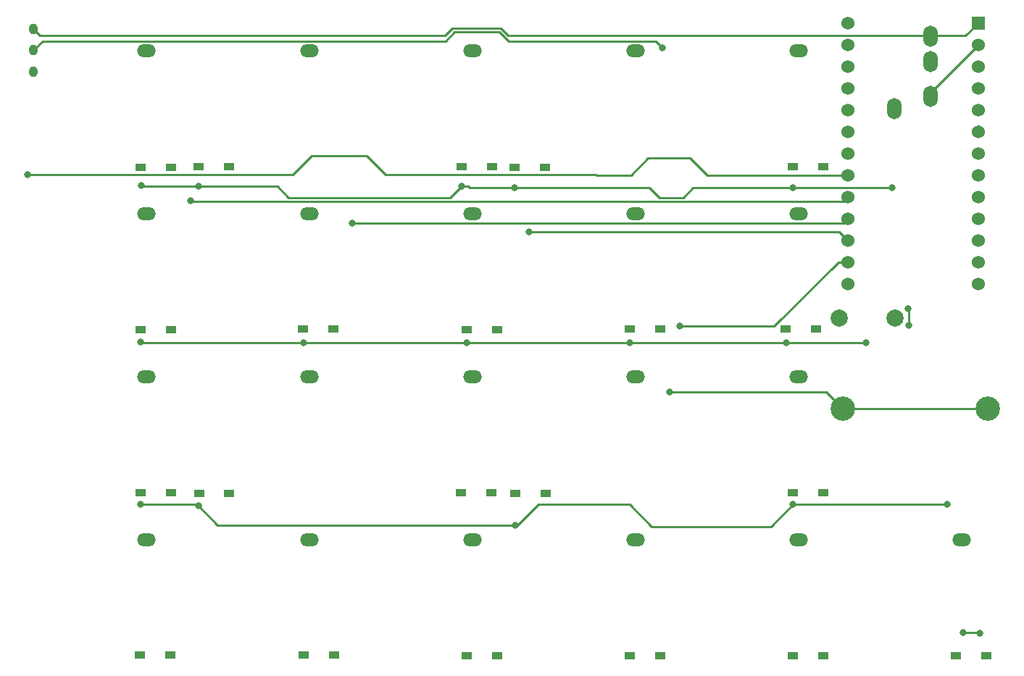
<source format=gbr>
%TF.GenerationSoftware,KiCad,Pcbnew,7.0.8*%
%TF.CreationDate,2024-10-11T08:32:43+09:00*%
%TF.ProjectId,cool642,636f6f6c-3634-4322-9e6b-696361645f70,rev?*%
%TF.SameCoordinates,Original*%
%TF.FileFunction,Copper,L1,Top*%
%TF.FilePolarity,Positive*%
%FSLAX46Y46*%
G04 Gerber Fmt 4.6, Leading zero omitted, Abs format (unit mm)*
G04 Created by KiCad (PCBNEW 7.0.8) date 2024-10-11 08:32:43*
%MOMM*%
%LPD*%
G01*
G04 APERTURE LIST*
%TA.AperFunction,SMDPad,CuDef*%
%ADD10R,1.300000X0.950000*%
%TD*%
%TA.AperFunction,ComponentPad*%
%ADD11O,2.200000X1.500000*%
%TD*%
%TA.AperFunction,ComponentPad*%
%ADD12C,2.000000*%
%TD*%
%TA.AperFunction,ComponentPad*%
%ADD13O,1.700000X2.500000*%
%TD*%
%TA.AperFunction,ComponentPad*%
%ADD14O,1.000000X1.300000*%
%TD*%
%TA.AperFunction,ComponentPad*%
%ADD15C,2.850000*%
%TD*%
%TA.AperFunction,ComponentPad*%
%ADD16C,1.524000*%
%TD*%
%TA.AperFunction,ComponentPad*%
%ADD17R,1.524000X1.524000*%
%TD*%
%TA.AperFunction,ViaPad*%
%ADD18C,0.800000*%
%TD*%
%TA.AperFunction,Conductor*%
%ADD19C,0.250000*%
%TD*%
G04 APERTURE END LIST*
D10*
%TO.P,D14,1,K*%
%TO.N,row1*%
X62005000Y-27590000D03*
%TO.P,D14,2,A*%
%TO.N,Net-(D14-A)*%
X65555000Y-27590000D03*
%TD*%
D11*
%TO.P,SW21,*%
%TO.N,*%
X5550000Y-33100000D03*
%TD*%
%TO.P,SW15,*%
%TO.N,*%
X81750000Y-14050000D03*
%TD*%
D10*
%TO.P,D35,1,K*%
%TO.N,row3*%
X81042500Y-65700000D03*
%TO.P,D35,2,A*%
%TO.N,Net-(D35-A)*%
X84592500Y-65700000D03*
%TD*%
%TO.P,D15,1,K*%
%TO.N,row1*%
X80215000Y-27520000D03*
%TO.P,D15,2,A*%
%TO.N,Net-(D15-A)*%
X83765000Y-27520000D03*
%TD*%
D11*
%TO.P,SW33,*%
%TO.N,*%
X43650000Y-52150000D03*
%TD*%
D10*
%TO.P,D21,1,K*%
%TO.N,row2*%
X4875000Y-46720000D03*
%TO.P,D21,2,A*%
%TO.N,Net-(D21-A)*%
X8425000Y-46720000D03*
%TD*%
%TO.P,D13,1,K*%
%TO.N,row1*%
X42975000Y-27660000D03*
%TO.P,D13,2,A*%
%TO.N,Net-(D13-A)*%
X46525000Y-27660000D03*
%TD*%
D11*
%TO.P,SW4,*%
%TO.N,*%
X62700000Y5000000D03*
%TD*%
%TO.P,SW36,*%
%TO.N,*%
X100800000Y-52150000D03*
%TD*%
%TO.P,SW3,*%
%TO.N,*%
X43650000Y5000000D03*
%TD*%
D12*
%TO.P,SW41,1,1*%
%TO.N,Net-(U2-BOOT(RST))*%
X86490000Y-26300000D03*
%TO.P,SW41,2,2*%
%TO.N,GND*%
X92990000Y-26300000D03*
%TD*%
D11*
%TO.P,SW31,*%
%TO.N,*%
X5550000Y-52150000D03*
%TD*%
D10*
%TO.P,D25,1,K*%
%TO.N,row2*%
X81085000Y-46680000D03*
%TO.P,D25,2,A*%
%TO.N,Net-(D25-A)*%
X84635000Y-46680000D03*
%TD*%
%TO.P,D31,1,K*%
%TO.N,row3*%
X4825000Y-65680000D03*
%TO.P,D31,2,A*%
%TO.N,Net-(D31-A)*%
X8375000Y-65680000D03*
%TD*%
%TO.P,D34,1,K*%
%TO.N,row3*%
X62015000Y-65750000D03*
%TO.P,D34,2,A*%
%TO.N,Net-(D34-A)*%
X65565000Y-65750000D03*
%TD*%
D11*
%TO.P,SW1,*%
%TO.N,*%
X5550000Y5000000D03*
%TD*%
D10*
%TO.P,D24,1,K*%
%TO.N,row2*%
X48650000Y-46760000D03*
%TO.P,D24,2,A*%
%TO.N,Net-(D24-A)*%
X52200000Y-46760000D03*
%TD*%
%TO.P,D12,1,K*%
%TO.N,row1*%
X23835000Y-27550000D03*
%TO.P,D12,2,A*%
%TO.N,Net-(D12-A)*%
X27385000Y-27550000D03*
%TD*%
D11*
%TO.P,SW25,*%
%TO.N,*%
X81750000Y-33100000D03*
%TD*%
%TO.P,SW23,*%
%TO.N,*%
X43650000Y-33100000D03*
%TD*%
D10*
%TO.P,D11,1,K*%
%TO.N,row1*%
X4855000Y-27610000D03*
%TO.P,D11,2,A*%
%TO.N,Net-(D11-A)*%
X8405000Y-27610000D03*
%TD*%
D11*
%TO.P,SW2,*%
%TO.N,*%
X24600000Y5000000D03*
%TD*%
D10*
%TO.P,D5,1,K*%
%TO.N,row0*%
X81085000Y-8570000D03*
%TO.P,D5,2,A*%
%TO.N,Net-(D5-A)*%
X84635000Y-8570000D03*
%TD*%
D11*
%TO.P,SW11,*%
%TO.N,*%
X5550000Y-14050000D03*
%TD*%
%TO.P,SW5,*%
%TO.N,*%
X81750000Y5000000D03*
%TD*%
%TO.P,SW32,*%
%TO.N,*%
X24600000Y-52150000D03*
%TD*%
D10*
%TO.P,D1,1,K*%
%TO.N,row0*%
X4905000Y-8660000D03*
%TO.P,D1,2,A*%
%TO.N,Net-(D1-A)*%
X8455000Y-8660000D03*
%TD*%
D11*
%TO.P,SW12,*%
%TO.N,*%
X24600000Y-14050000D03*
%TD*%
D10*
%TO.P,D33,1,K*%
%TO.N,row3*%
X42975000Y-65700000D03*
%TO.P,D33,2,A*%
%TO.N,Net-(D33-A)*%
X46525000Y-65700000D03*
%TD*%
%TO.P,D36,1,K*%
%TO.N,row3*%
X100137500Y-65740000D03*
%TO.P,D36,2,A*%
%TO.N,Net-(D36-A)*%
X103687500Y-65740000D03*
%TD*%
%TO.P,D23,1,K*%
%TO.N,row2*%
X42275000Y-46660000D03*
%TO.P,D23,2,A*%
%TO.N,Net-(D23-A)*%
X45825000Y-46660000D03*
%TD*%
%TO.P,D32,1,K*%
%TO.N,row3*%
X23915000Y-65670000D03*
%TO.P,D32,2,A*%
%TO.N,Net-(D32-A)*%
X27465000Y-65670000D03*
%TD*%
D11*
%TO.P,SW22,*%
%TO.N,*%
X24600000Y-33100000D03*
%TD*%
%TO.P,SW14,*%
%TO.N,*%
X62700000Y-14050000D03*
%TD*%
D10*
%TO.P,D3,1,K*%
%TO.N,row0*%
X42370000Y-8600000D03*
%TO.P,D3,2,A*%
%TO.N,Net-(D3-A)*%
X45920000Y-8600000D03*
%TD*%
%TO.P,D4,1,K*%
%TO.N,row0*%
X48565000Y-8630000D03*
%TO.P,D4,2,A*%
%TO.N,Net-(D4-A)*%
X52115000Y-8630000D03*
%TD*%
D11*
%TO.P,SW24,*%
%TO.N,*%
X62700000Y-33100000D03*
%TD*%
D10*
%TO.P,D22,1,K*%
%TO.N,row2*%
X11695000Y-46740000D03*
%TO.P,D22,2,A*%
%TO.N,Net-(D22-A)*%
X15245000Y-46740000D03*
%TD*%
D11*
%TO.P,SW35,*%
%TO.N,*%
X81750000Y-52150000D03*
%TD*%
D13*
%TO.P,J1,A*%
%TO.N,unconnected-(J1-PadA)*%
X92930000Y-1840000D03*
%TO.P,J1,B*%
%TO.N,data*%
X97130000Y6660000D03*
%TO.P,J1,C*%
%TO.N,GND*%
X97130000Y3660000D03*
%TO.P,J1,D*%
%TO.N,VCC*%
X97130000Y-340000D03*
%TD*%
D10*
%TO.P,D2,1,K*%
%TO.N,row0*%
X11645000Y-8590000D03*
%TO.P,D2,2,A*%
%TO.N,Net-(D2-A)*%
X15195000Y-8590000D03*
%TD*%
D11*
%TO.P,SW13,*%
%TO.N,*%
X43650000Y-14050000D03*
%TD*%
%TO.P,SW34,*%
%TO.N,*%
X62700000Y-52150000D03*
%TD*%
D14*
%TO.P,SW42,1,1*%
%TO.N,Net-(U2-BAT)*%
X-7620000Y7520000D03*
%TO.P,SW42,2,2*%
%TO.N,BAT+*%
X-7620000Y5020000D03*
%TO.P,SW42,3*%
%TO.N,N/C*%
X-7620000Y2520000D03*
%TD*%
D15*
%TO.P,BT1,1,+*%
%TO.N,BAT+*%
X86950000Y-36900000D03*
X103850000Y-36900000D03*
%TD*%
D16*
%TO.P,U2,1,PIN1*%
%TO.N,data*%
X87497200Y5680000D03*
%TO.P,U2,2,PIN2*%
%TO.N,unconnected-(U2-PIN2-Pad2)*%
X87497200Y3140000D03*
%TO.P,U2,3,GND*%
%TO.N,GND*%
X87497200Y600000D03*
%TO.P,U2,4,GND*%
X87497200Y-1940000D03*
%TO.P,U2,5,PIN5*%
%TO.N,row0*%
X87497200Y-4480000D03*
%TO.P,U2,6,PIN6*%
%TO.N,row1*%
X87497200Y-7020000D03*
%TO.P,U2,7,PIN7*%
%TO.N,col0*%
X87497200Y-9560000D03*
%TO.P,U2,8,PIN8*%
%TO.N,col1*%
X87497200Y-12100000D03*
%TO.P,U2,9,PIN9*%
%TO.N,col2*%
X87497200Y-14640000D03*
%TO.P,U2,10,PIN10*%
%TO.N,col3*%
X87497200Y-17180000D03*
%TO.P,U2,11,PIN11*%
%TO.N,col4*%
X87497200Y-19720000D03*
%TO.P,U2,12,PIN12*%
%TO.N,unconnected-(U2-PIN12-Pad12)*%
X87497200Y-22260000D03*
%TO.P,U2,13,PIN13*%
%TO.N,unconnected-(U2-PIN13-Pad13)*%
X102717200Y-22260000D03*
%TO.P,U2,14,PIN14*%
%TO.N,row3*%
X102717200Y-19720000D03*
%TO.P,U2,15,PIN15*%
%TO.N,row2*%
X102717200Y-17180000D03*
%TO.P,U2,16,PIN16*%
%TO.N,col5*%
X102717200Y-14640000D03*
%TO.P,U2,17,PIN17*%
%TO.N,unconnected-(U2-PIN17-Pad17)*%
X102717200Y-12100000D03*
%TO.P,U2,18,PIN18*%
%TO.N,unconnected-(U2-PIN18-Pad18)*%
X102717200Y-9560000D03*
%TO.P,U2,19,PIN19*%
%TO.N,unconnected-(U2-PIN19-Pad19)*%
X102717200Y-7020000D03*
%TO.P,U2,20,PIN20*%
%TO.N,unconnected-(U2-PIN20-Pad20)*%
X102717200Y-4480000D03*
%TO.P,U2,21,+4.3V*%
%TO.N,unconnected-(U2-+4.3V-Pad21)*%
X102717200Y-1940000D03*
%TO.P,U2,22,BOOT(RST)*%
%TO.N,Net-(U2-BOOT(RST))*%
X102717200Y600000D03*
%TO.P,U2,23,GND*%
%TO.N,GND*%
X102717200Y3140000D03*
%TO.P,U2,24,+5V*%
%TO.N,VCC*%
X102717200Y5680000D03*
D17*
%TO.P,U2,25,BAT*%
%TO.N,Net-(U2-BAT)*%
X102717200Y8220000D03*
D16*
%TO.P,U2,26*%
%TO.N,N/C*%
X87497200Y8220000D03*
%TD*%
D18*
%TO.N,BAT+*%
X66720000Y-34920000D03*
X65860000Y5270000D03*
%TO.N,row0*%
X11640000Y-10860000D03*
X92670000Y-11013000D03*
X42370000Y-10860000D03*
X81070000Y-11013000D03*
X48590000Y-11013000D03*
X4930000Y-10810000D03*
%TO.N,row1*%
X80280000Y-29150000D03*
X89650000Y-29150000D03*
X42970000Y-29150000D03*
X23890000Y-29150000D03*
X4900000Y-29090000D03*
X62030000Y-29150000D03*
%TO.N,row2*%
X99150000Y-48080000D03*
X81080000Y-48080000D03*
X11610000Y-48210000D03*
X48610000Y-50470000D03*
X4860000Y-48020000D03*
%TO.N,Net-(D36-A)*%
X100950000Y-63050000D03*
X102948231Y-63080000D03*
%TO.N,col0*%
X-8300000Y-9550000D03*
%TO.N,col1*%
X10750000Y-12530000D03*
%TO.N,col2*%
X29610000Y-15180000D03*
%TO.N,col3*%
X50280000Y-16240000D03*
%TO.N,col4*%
X67900000Y-27250000D03*
%TO.N,col5*%
X94520000Y-25170000D03*
X94600000Y-27120000D03*
%TD*%
D19*
%TO.N,BAT+*%
X-7620000Y5020000D02*
X-6565000Y6075000D01*
X46770604Y7150000D02*
X47845604Y6075000D01*
X-6565000Y6075000D02*
X40495000Y6075000D01*
X40495000Y6075000D02*
X41570000Y7150000D01*
X47845604Y6075000D02*
X65055000Y6075000D01*
X41570000Y7150000D02*
X46770604Y7150000D01*
X65055000Y6075000D02*
X65860000Y5270000D01*
%TO.N,Net-(U2-BAT)*%
X-7620000Y7520000D02*
X-6867000Y6767000D01*
X-6867000Y6767000D02*
X40447000Y6767000D01*
X40447000Y6767000D02*
X41280000Y7600000D01*
X41280000Y7600000D02*
X46957000Y7600000D01*
X46957000Y7600000D02*
X47790000Y6767000D01*
X47790000Y6767000D02*
X101264200Y6767000D01*
X101264200Y6767000D02*
X102717200Y8220000D01*
%TO.N,BAT+*%
X86950000Y-36900000D02*
X103850000Y-36900000D01*
X66720000Y-34920000D02*
X84970000Y-34920000D01*
X84970000Y-34920000D02*
X86950000Y-36900000D01*
%TO.N,row0*%
X43313000Y-11013000D02*
X43160000Y-10860000D01*
X68257572Y-12185428D02*
X69430000Y-11013000D01*
X41044572Y-12185428D02*
X42370000Y-10860000D01*
X20840000Y-10860000D02*
X22165428Y-12185428D01*
X22165428Y-12185428D02*
X41044572Y-12185428D01*
X4980000Y-10860000D02*
X4930000Y-10810000D01*
X69430000Y-11013000D02*
X81070000Y-11013000D01*
X48590000Y-11013000D02*
X43313000Y-11013000D01*
X11640000Y-10860000D02*
X20840000Y-10860000D01*
X65485428Y-12185428D02*
X68257572Y-12185428D01*
X92670000Y-11013000D02*
X89280000Y-11013000D01*
X64313000Y-11013000D02*
X65485428Y-12185428D01*
X11640000Y-10860000D02*
X4980000Y-10860000D01*
X43160000Y-10860000D02*
X42370000Y-10860000D01*
X89280000Y-11013000D02*
X81070000Y-11013000D01*
X48590000Y-11013000D02*
X64313000Y-11013000D01*
%TO.N,unconnected-(U2-PIN20-Pad20)*%
X102717200Y-4480000D02*
X102717200Y-3718000D01*
%TO.N,row1*%
X23890000Y-29150000D02*
X4960000Y-29150000D01*
X4960000Y-29150000D02*
X4900000Y-29090000D01*
X80280000Y-29150000D02*
X62030000Y-29150000D01*
X62030000Y-29150000D02*
X42970000Y-29150000D01*
X42970000Y-29150000D02*
X23890000Y-29150000D01*
X89650000Y-29150000D02*
X80280000Y-29150000D01*
%TO.N,row2*%
X48940000Y-50470000D02*
X48610000Y-50470000D01*
X99150000Y-48080000D02*
X81080000Y-48080000D01*
X4860000Y-48020000D02*
X11420000Y-48020000D01*
X78530000Y-50630000D02*
X81080000Y-48080000D01*
X13870000Y-50470000D02*
X11610000Y-48210000D01*
X48610000Y-50470000D02*
X24600000Y-50470000D01*
X51330000Y-48080000D02*
X48940000Y-50470000D01*
X64580000Y-50630000D02*
X78530000Y-50630000D01*
X24600000Y-50470000D02*
X13870000Y-50470000D01*
X11420000Y-48020000D02*
X11610000Y-48210000D01*
X62030000Y-48080000D02*
X51330000Y-48080000D01*
X62030000Y-48080000D02*
X64580000Y-50630000D01*
%TO.N,Net-(D36-A)*%
X100950000Y-63050000D02*
X102918231Y-63050000D01*
X102918231Y-63050000D02*
X102948231Y-63080000D01*
%TO.N,col0*%
X87497200Y-9560000D02*
X71070000Y-9560000D01*
X58158350Y-9560000D02*
X58148350Y-9550000D01*
X62200000Y-9560000D02*
X58158350Y-9560000D01*
X69090000Y-7580000D02*
X64180000Y-7580000D01*
X71070000Y-9560000D02*
X69090000Y-7580000D01*
X33470000Y-9550000D02*
X31270000Y-7350000D01*
X31270000Y-7350000D02*
X24880000Y-7350000D01*
X58148350Y-9550000D02*
X33470000Y-9550000D01*
X22680000Y-9550000D02*
X-8300000Y-9550000D01*
X24880000Y-7350000D02*
X22680000Y-9550000D01*
X64180000Y-7580000D02*
X62200000Y-9560000D01*
%TO.N,col1*%
X86961772Y-12635428D02*
X10855428Y-12635428D01*
X10855428Y-12635428D02*
X10750000Y-12530000D01*
X87497200Y-12100000D02*
X86961772Y-12635428D01*
%TO.N,col2*%
X29614572Y-15175428D02*
X29610000Y-15180000D01*
X86961772Y-15175428D02*
X29614572Y-15175428D01*
X87497200Y-14640000D02*
X86961772Y-15175428D01*
%TO.N,col3*%
X87497200Y-17180000D02*
X86492200Y-16175000D01*
X86492200Y-16175000D02*
X50345000Y-16175000D01*
X50345000Y-16175000D02*
X50280000Y-16240000D01*
%TO.N,col4*%
X78900380Y-27250000D02*
X67900000Y-27250000D01*
X86430380Y-19720000D02*
X78900380Y-27250000D01*
X87497200Y-19720000D02*
X86430380Y-19720000D01*
%TO.N,col5*%
X94600000Y-25250000D02*
X94520000Y-25170000D01*
X94600000Y-27120000D02*
X94600000Y-25250000D01*
%TO.N,VCC*%
X97130000Y92800D02*
X97130000Y-340000D01*
X102717200Y5680000D02*
X97130000Y92800D01*
%TD*%
M02*

</source>
